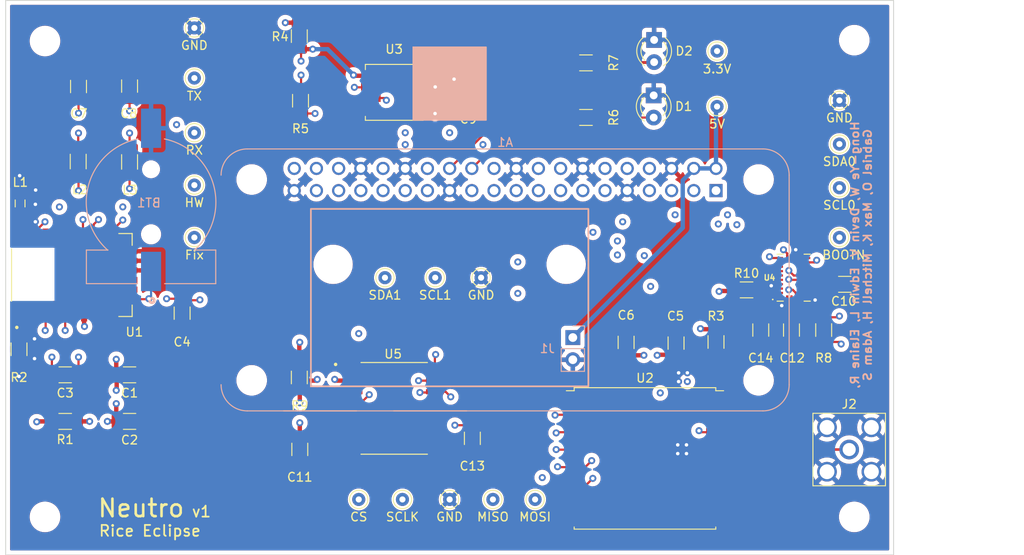
<source format=kicad_pcb>
(kicad_pcb (version 20211014) (generator pcbnew)
  (title_block (title "Neutro") (date "2023-01-05") (rev "v1") (company "Rice Eclipse"))
  (layers (0 "F.Cu" signal) (1 "In1.Cu" signal) (2 "In2.Cu" signal) (31 "B.Cu" signal) (34 "B.Paste" user) (35 "F.Paste" user) (36 "B.SilkS" user "B.Silkscreen") (37 "F.SilkS" user "F.Silkscreen") (38 "B.Mask" user) (39 "F.Mask" user) (44 "Edge.Cuts" user))
  (net 0 "")
  (net 1 "+3.3V")
  (net 2 "+5V")
  (net 3 "SDA1")
  (net 4 "GND")
  (net 5 "SCL1")
  (net 6 "RX")
  (net 7 "TX")
  (net 8 "RST-RTC")
  (net 10 "RST-TRX")
  (net 12 "DIO0")
  (net 13 "MOSI0")
  (net 14 "MISO0")
  (net 15 "CLKSEL0")
  (net 16 "SCLK")
  (net 17 "CS")
  (net 18 "SDA0")
  (net 19 "SCL0")
  (net 20 "BOOTN")
  (net 21 "INTN")
  (net 22 "NRST")
  (net 23 "Net-(C1-Pad2)")
  (net 24 "+BATT")
  (net 25 "Net-(C11-Pad2)")
  (net 26 "Net-(D1-Pad2)")
  (net 27 "Net-(L1-Pad2)")
  (net 28 "Net-(L2-Pad1)")
  (net 29 "Net-(L3-Pad1)")
  (net 30 "Net-(C10-Pad2)")
  (net 32 "Net-(C12-Pad2)")
  (net 33 "Net-(J2-Pad1)")
  (net 47 "Net-(C3-Pad1)")
  (net 48 "Net-(C3-Pad2)")
  (net 49 "Net-(C5-Pad2)")
  (net 50 "Net-(C9-Pad2)")
  (net 51 "Net-(R2-Pad2)")
  (net 65 "FIX")
  (net 66 "HW")
  (net 70 "Net-(D2-Pad2)")
  (net 71 "Net-(R5-Pad2)")
  (net 72 "Net-(A1-Pad24)")
  (net 73 "Net-(A1-Pad26)")
  (footprint "TestPoint:TestPoint_THTPad_D1.5mm_Drill0.7mm" (layer "F.Cu") (at 157.353 127 180)
    (fp_text reference "TP2")
    (fp_text value "MISO")
  )
  (footprint "Resistor_SMD:R_1206_3216Metric" (layer "F.Cu") (at 103.124 109.8 90)
    (fp_text reference "R2")
    (fp_text value "0")
  )
  (footprint "Capacitor_SMD:C_1206_3216Metric" (layer "F.Cu") (at 115.777998 112.7275 180)
    (fp_text reference "C1")
    (fp_text value "22p")
  )
  (footprint "Resistor_SMD:R_1206_3216Metric" (layer "F.Cu") (at 135.2 113.029 -90)
    (fp_text reference "R9")
    (fp_text value "0")
  )
  (footprint "TestPoint:TestPoint_THTPad_D1.5mm_Drill0.7mm" (layer "F.Cu") (at 145 101.6)
    (fp_text reference "TP14")
    (fp_text value "SDA1")
  )
  (footprint "Capacitor_SMD:C_1206_3216Metric" (layer "F.Cu") (at 135.255 121.269 90)
    (fp_text reference "C11")
    (fp_text value "0.47u")
  )
  (footprint "TestPoint:TestPoint_THTPad_D1.5mm_Drill0.7mm" (layer "F.Cu") (at 123.19 73 180)
    (fp_text reference "TP6")
    (fp_text value "GND")
  )
  (footprint "MountingHole:MountingHole_2.5mm" (layer "F.Cu") (at 198.7 74.4)
    (fp_text reference "H2")
    (fp_text value "MountingHole")
  )
  (footprint "Capacitor_SMD:C_1206_3216Metric" (layer "F.Cu") (at 115.777998 118.0615 180)
    (fp_text reference "C2")
    (fp_text value "2.2u")
  )
  (footprint "TestPoint:TestPoint_THTPad_D1.5mm_Drill0.7mm" (layer "F.Cu") (at 183 82)
    (fp_text reference "TP15")
    (fp_text value "5V")
  )
  (footprint "TestPoint:TestPoint_THTPad_D1.5mm_Drill0.7mm" (layer "F.Cu") (at 142 127 180)
    (fp_text reference "TP4")
    (fp_text value "CS")
  )
  (footprint "TestPoint:TestPoint_THTPad_D1.5mm_Drill0.7mm" (layer "F.Cu") (at 123.19 91)
    (fp_text reference "TP8")
    (fp_text value "HW")
  )
  (footprint "Capacitor_SMD:C_1206_3216Metric" (layer "F.Cu") (at 188 107.6 90)
    (fp_text reference "C14")
    (fp_text value "0.1u")
  )
  (footprint "Capacitor_SMD:C_1206_3216Metric" (layer "F.Cu") (at 154.559 80.264 90)
    (fp_text reference "C9")
    (fp_text value "100 nF")
  )
  (footprint "Resistor_SMD:R_1206_3216Metric" (layer "F.Cu") (at 186.3745 103)
    (fp_text reference "R10")
    (fp_text value "0")
  )
  (footprint "Capacitor_SMD:C_1206_3216Metric" (layer "F.Cu") (at 197.612 102.362 180)
    (fp_text reference "C10")
    (fp_text value "0.1u")
  )
  (footprint "TestPoint:TestPoint_THTPad_D1.5mm_Drill0.7mm" (layer "F.Cu") (at 197 81.3)
    (fp_text reference "TP17")
    (fp_text value "GND")
  )
  (footprint "Inductor_SMD:L_1206_3216Metric" (layer "F.Cu") (at 115.777998 88.3435 90)
    (fp_text reference "L3")
    (fp_text value "47n")
  )
  (footprint "Resistor_SMD:R_1206_3216Metric" (layer "F.Cu") (at 195.2 107.6 90)
    (fp_text reference "R8")
    (fp_text value "10k")
  )
  (footprint "TestPoint:TestPoint_THTPad_D1.5mm_Drill0.7mm" (layer "F.Cu") (at 156 101.6)
    (fp_text reference "TP12")
    (fp_text value "GND")
  )
  (footprint "Capacitor_SMD:C_1206_3216Metric" (layer "F.Cu") (at 109.935998 79.7075 90)
    (fp_text reference "C7")
    (fp_text value "22p")
  )
  (footprint "TestPoint:TestPoint_THTPad_D1.5mm_Drill0.7mm" (layer "F.Cu") (at 162.179 127 180)
    (fp_text reference "TP1")
    (fp_text value "MOSI")
  )
  (footprint "Inductor_SMD:L_0805_2012Metric" (layer "F.Cu") (at 103.251 93.1 -90)
    (fp_text reference "L1")
    (fp_text value "1.8n")
  )
  (footprint "TestPoint:TestPoint_THTPad_D1.5mm_Drill0.7mm" (layer "F.Cu") (at 150.75 101.6)
    (fp_text reference "TP13")
    (fp_text value "SCL1")
  )
  (footprint "TestPoint:TestPoint_THTPad_D1.5mm_Drill0.7mm" (layer "F.Cu") (at 147 127)
    (fp_text reference "TP3")
    (fp_text value "SCLK")
  )
  (footprint "Connector_Coaxial:SMA_Amphenol_132203-12_Horizontal" (layer "F.Cu") (at 198.12 121.285 -90)
    (fp_text reference "J2")
    (fp_text value "Conn_Coaxial")
  )
  (footprint "Resistor_SMD:R_1206_3216Metric" (layer "F.Cu") (at 135.3375 81.3375 -90)
    (fp_text reference "R5")
    (fp_text value "4.7K")
  )
  (footprint "Capacitor_SMD:C_1206_3216Metric" (layer "F.Cu") (at 108.411998 112.7275 180)
    (fp_text reference "C3")
    (fp_text value "22p")
  )
  (footprint "Resistor_SMD:R_1206_3216Metric" (layer "F.Cu") (at 168 83.25)
    (fp_text reference "R6")
    (fp_text value "220")
  )
  (footprint "TestPoint:TestPoint_THTPad_D1.5mm_Drill0.7mm" (layer "F.Cu") (at 123.19 78.74)
    (fp_text reference "TP10")
    (fp_text value "TX")
  )
  (footprint "Capacitor_SMD:C_1206_3216Metric" (layer "F.Cu") (at 121.793 105.664 90)
    (fp_text reference "C4")
    (fp_text value "22p")
  )
  (footprint "Inductor_SMD:L_1206_3216Metric" (layer "F.Cu") (at 109.9 88.3 90)
    (fp_text reference "L2")
    (fp_text value "47n")
  )
  (footprint "TestPoint:TestPoint_THTPad_D1.5mm_Drill0.7mm" (layer "F.Cu") (at 197 86.3)
    (fp_text reference "TP19")
    (fp_text value "SDA0")
  )
  (footprint "MountingHole:MountingHole_2.5mm" (layer "F.Cu") (at 106.1 129)
    (fp_text reference "H4")
    (fp_text value "MountingHole")
  )
  (footprint "Resistor_SMD:R_1206_3216Metric" (layer "F.Cu") (at 135.2 73.9375 -90)
    (fp_text reference "R4")
    (fp_text value "0")
  )
  (footprint "Capacitor_SMD:C_1206_3216Metric" (layer "F.Cu") (at 155 120 -90)
    (fp_text reference "C13")
    (fp_text value "0.47u")
  )
  (footprint "Capacitor_SMD:C_1206_3216Metric" (layer "F.Cu") (at 178.308 109.093 -90)
    (fp_text reference "C5")
    (fp_text value locked "10u")
  )
  (footprint "Resistor_SMD:R_1206_3216Metric" (layer "F.Cu") (at 108.411998 118.0615)
    (fp_text reference "R1")
    (fp_text value "0")
  )
  (footprint "Resistor_SMD:R_1206_3216Metric" (layer "F.Cu") (at 182.88 108.966 -90)
    (fp_text reference "R3")
    (fp_text value "0")
  )
  (footprint "TestPoint:TestPoint_THTPad_D1.5mm_Drill0.7mm" (layer "F.Cu") (at 197 97)
    (fp_text reference "TP16")
    (fp_text value "BOOTN")
  )
  (footprint "TestPoint:TestPoint_THTPad_D1.5mm_Drill0.7mm" (layer "F.Cu") (at 183 75.65)
    (fp_text reference "TP11")
    (fp_text value "3.3V")
  )
  (footprint "MountingHole:MountingHole_2.5mm" (layer "F.Cu") (at 198.7 129)
    (fp_text reference "H3")
    (fp_text value "MountingHole")
  )
  (footprint "TestPoint:TestPoint_THTPad_D1.5mm_Drill0.7mm" (layer "F.Cu") (at 197 91.3)
    (fp_text reference "TP18")
    (fp_text value "SCL0")
  )
  (footprint "Neutro_Footprint:M20050-1" (layer "F.Cu") (at 109.174 101.2975 90)
    (fp_text reference "U1")
    (fp_text value "M20050-1")
  )
  (footprint "TestPoint:TestPoint_THTPad_D1.5mm_Drill0.7mm" (layer "F.Cu") (at 123.19 85)
    (fp_text reference "TP9")
    (fp_text value "RX")
  )
  (footprint "TestPoint:TestPoint_THTPad_D1.5mm_Drill0.7mm" (layer "F.Cu") (at 152.4 127 180)
    (fp_text reference "TP5")
    (fp_text value "GND")
  )
  (footprint "Neutro_Footprint:DS3231M" (layer "F.Cu") (at 146.058 116.57)
    (fp_text reference "U5")
    (fp_text value "DS3231M_1")
  )
  (footprint "MountingHole:MountingHole_2.5mm" (layer "F.Cu") (at 106.1 74.5)
    (fp_text reference "H1")
    (fp_text value "MountingHole")
  )
  (footprint "Resistor_SMD:R_1206_3216Metric" (layer "F.Cu") (at 168 77)
    (fp_text reference "R7")
    (fp_text value "220")
  )
  (footprint "Capacitor_SMD:C_1206_3216Metric" (layer "F.Cu") (at 191.516 107.6 90)
    (fp_text reference "C12")
    (fp_text value "0.1u")
  )
  (footprint "Capacitor_SMD:C_1206_3216Metric" (layer "F.Cu") (at 115.777998 79.6585 90)
    (fp_text reference "C8")
    (fp_text value "22p")
  )
  (footprint "Neutro_Footprint:HOPERF_RFM9XW_SMD" (layer "F.Cu") (at 174.752 122.301)
    (fp_text reference "U2")
    (fp_text value "RFM96W-433S2_1")
  )
  (footprint "LED_THT:LED_D3.0mm" (layer "F.Cu") (at 175.75 80.725 -90)
    (fp_text reference "D1")
    (fp_text value "Red")
  )
  (footprint "Neutro_Footprint:MS5803-01BA_Miniature_Altimeter_Module" (layer "F.Cu") (at 146.058 80.376)
    (fp_text reference "U3")
    (fp_text value "MS5803-01BA")
  )
  (footprint "Neutro_Footprint:BNO085" (layer "F.Cu") (at 191.77 101.6 90)
    (fp_text reference "U4")
    (fp_text value "BNO080")
  )
  (footprint "TestPoint:TestPoint_THTPad_D1.5mm_Drill0.7mm" (layer "F.Cu") (at 123.19 97 180)
    (fp_text reference "TP7")
    (fp_text value "Fix")
  )
  (footprint "LED_THT:LED_D3.0mm" (layer "F.Cu") (at 175.8 74.375 -90)
    (fp_text reference "D2")
    (fp_text value "Green")
  )
  (footprint "Capacitor_SMD:C_1206_3216Metric" (layer "F.Cu") (at 172.593 109.015 -90)
    (fp_text reference "C6")
    (fp_text value "0.1u")
  )
  (footprint "Neutro_Footprint:ADA3708_RPI-ZERO" (layer "B.Cu") (at 158.75 90.358 180)
    (fp_text reference "A1")
    (fp_text value "ADA3708")
  )
  (footprint "Neutro_Footprint:BAT_S8411-45R" (layer "B.Cu") (at 118.237 92.912099 180)
    (fp_text reference "BT1")
    (fp_text value "BAT_S8411-45R")
  )
  (footprint "Neutro_Footprint:Sparkfun_Lipo_Converter" (layer "B.Cu") (at 153.035 103.886 180)
    (fp_text reference "J1")
    (fp_text value "SparkFun_Lipo_Converter")
  )
  (gr_rect (start 177 124.4) (end 182.2 126.4) (layer "F.Cu") (width 0.2) (fill solid))
  (gr_rect (start 148.225 83.55) (end 156.575 75.2) (layer "B.SilkS") (width 0.15) (fill solid))
  (gr_rect (start 101.6 69.85) (end 203.2 133.35) (layer "Edge.Cuts") (width 0.1) (fill none))
  (gr_text "Hong-Ye W, Devin V, Edwin L, Elaine R,\nGabriel O, Max K, Mitchell H, Adam S" (at 199.5 99 90) (layer "B.SilkS") (effects (font (size 0.9 1) (thickness 0.2)) (justify mirror)))
  (gr_text "Rice Eclipse" (at 118.1 130.6) (layer "F.SilkS") (effects (font (size 1.25 1.25) (thickness 0.2))))
  (gr_text "Neutro" (at 117.1 128) (layer "F.SilkS") (effects (font (size 2 2) (thickness 0.3))))
  (gr_text "v1\n" (at 124 128.4) (layer "F.SilkS") (effects (font (size 1.25 1.25) (thickness 0.2))))
  (segment (start 106.949498 118.0615) (end 105.2045 118.0615) (width 0.5) (layer "F.Cu") (net 1))
  (segment (start 135.1375 72.4) (end 133.6 72.4) (width 0.5) (layer "F.Cu") (net 1))
  (segment (start 197.2 109.2) (end 196.9625 108.9625) (width 0.25) (layer "F.Cu") (net 1))
  (segment (start 184.912 103.124) (end 183.2864 103.124) (width 0.5) (layer "F.Cu") (net 1))
  (segment (start 183.2864 103.124) (end 183.2356 103.1748) (width 0.35) (layer "F.Cu") (net 1))
  (segment (start 181.1635 107.5035) (end 181.102 107.442) (width 0.5) (layer "F.Cu") (net 1))
  (segment (start 135.2 109.05) (end 135.25 109) (width 0.5) (layer "F.Cu") (net 1))
  (segment (start 105.2045 118.0615) (end 105.156 118.11) (width 0.25) (layer "F.Cu") (net 1))
  (segment (start 135.2 111.5665) (end 135.2 109.05) (width 0.5) (layer "F.Cu") (net 1))
  (segment (start 182.88 107.5035) (end 181.1635 107.5035) (width 0.5) (layer "F.Cu") (net 1))
  (segment (start 196.9625 108.9625) (end 195.2 108.9625) (width 0.25) (layer "F.Cu") (net 1))
  (via (at 197.2 109.2) (size 0.8) (drill 0.4) (layers "F.Cu" "B.Cu") (net 1))
  (via (at 183.2356 103.1748) (size 0.8) (drill 0.4) (layers "F.Cu" "B.Cu") (net 1))
  (via (at 135.25 109) (size 0.8) (drill 0.4) (layers "F.Cu" "B.Cu") (net 1))
  (via (at 179.6 113.5) (size 0.8) (drill 0.4) (layers "F.Cu" "B.Cu") (net 1))
  (via (at 133.6 72.4) (size 0.8) (drill 0.4) (layers "F.Cu" "B.Cu") (net 1))
  (via (at 105.156 118.11) (size 0.8) (drill 0.4) (layers "F.Cu" "B.Cu") (net 1))
  (via (at 181.102 107.442) (size 0.8) (drill 0.4) (layers "F.Cu" "B.Cu") (net 1))
  (segment (start 166.497 108.458) (end 179.072917 95.882083) (width 0.5) (layer "B.Cu") (net 2))
  (segment (start 180.439083 89.088) (end 182.88 89.088) (width 0.5) (layer "B.Cu") (net 2))
  (segment (start 182.88 82.12) (end 183 82) (width 0.5) (layer "B.Cu") (net 2))
  (segment (start 182.88 89.088) (end 182.88 82.12) (width 0.5) (layer "B.Cu") (net 2))
  (segment (start 179.072917 95.882083) (end 179.072917 90.454166) (width 0.5) (layer "B.Cu") (net 2))
  (segment (start 179.072917 90.454166) (end 180.439083 89.088) (width 0.5) (layer "B.Cu") (net 2))
  (segment (start 148.844 113.395) (end 150.705 113.395) (width 0.25) (layer "F.Cu") (net 3))
  (segment (start 144.907 81.026) (end 145.161 81.28) (width 0.25) (layer "F.Cu") (net 3))
  (segment (start 143.383 81.026) (end 144.907 81.026) (width 0.25) (layer "F.Cu") (net 3))
  (via (at 148.844 113.395) (size 0.8) (drill 0.4) (layers "F.Cu" "B.Cu") (net 3))
  (via (at 145.161 81.28) (size 0.8) (drill 0.4) (layers "F.Cu" "B.Cu") (net 3))
  (segment (start 192.52 103.9125) (end 193.27 103.9125) (width 0.25) (layer "F.Cu") (net 4))
  (segment (start 193.910971 103.85) (end 194.221153 104.160182) (width 0.25) (layer "F.Cu") (net 4))
  (segment (start 190.2075 101.85) (end 189.595 101.85) (width 0.25) (layer "F.Cu") (net 4))
  (segment (start 191.02 104.18) (end 191.02 103.9125) (width 0.25) (layer "F.Cu") (net 4))
  (segment (start 103.974 96.226) (end 105 95.2) (width 0.25) (layer "F.Cu") (net 4))
  (segment (start 189.2 102.245) (end 189.2 102.5245) (width 0.25) (layer "F.Cu") (net 4))
  (segment (start 193.3325 103.85) (end 193.910971 103.85) (width 0.25) (layer "F.Cu") (net 4))
  (segment (start 192 98.4) (end 192 98.705) (width 0.25) (layer "F.Cu") (net 4))
  (segment (start 189.595 101.85) (end 189.2 102.245) (width 0.25) (layer "F.Cu") (net 4))
  (segment (start 192.02 98.725) (end 192.02 99.2875) (width 0.25) (layer "F.Cu") (net 4))
  (segment (start 192 98.705) (end 192.02 98.725) (width 0.25) (layer "F.Cu") (net 4))
  (segment (start 190.4 104.8) (end 191.02 104.18) (width 0.25) (layer "F.Cu") (net 4))
  (segment (start 193.27 103.9125) (end 193.3325 103.85) (width 0.25) (layer "F.Cu") (net 4))
  (segment (start 103.974 96.9775) (end 103.974 96.226) (width 0.25) (layer "F.Cu") (net 4))
  (via (at 105 95.2) (size 0.8) (drill 0.4) (layers "F.Cu" "B.Cu") (net 4))
  (via (at 179.5 121.75) (size 0.8) (drill 0.4) (layers "F.Cu" "B.Cu") (net 4))
  (via (at 104.902 110.871) (size 0.8) (drill 0.4) (layers "F.Cu" "B.Cu") (net 4))
  (via (at 104.9 108.6) (size 0.8) (drill 0.4) (layers "F.Cu" "B.Cu") (net 4))
  (via (at 178.6 112.5) (size 0.8) (drill 0.4) (layers "F.Cu" "B.Cu") (net 4))
  (via (at 105.029 91.567) (size 0.8) (drill 0.4) (layers "F.Cu" "B.Cu") (net 4))
  (via (at 178.5 120.75) (size 0.8) (drill 0.4) (layers "F.Cu" "B.Cu") (net 4))
  (via (at 103.2002 89.916) (size 0.8) (drill 0.4) (layers "F.Cu" "B.Cu") (net 4))
  (via (at 179.6 112.5) (size 0.8) (drill 0.4) (layers "F.Cu" "B.Cu") (net 4))
  (via (at 105 93.2) (size 0.8) (drill 0.4) (layers "F.Cu" "B.Cu") (net 4))
  (via (at 194.221153 104.160182) (size 0.8) (drill 0.4) (layers "F.Cu" "B.Cu") (net 4))
  (via (at 189.2 102.5245) (size 0.8) (drill 0.4) (layers "F.Cu" "B.Cu") (net 4))
  (via (at 190.4 104.8) (size 0.8) (drill 0.4) (layers "F.Cu" "B.Cu") (net 4))
  (via (at 179.5 120.75) (size 0.8) (drill 0.4) (layers "F.Cu" "B.Cu") (net 4))
  (via (at 178.6 113.5) (size 0.8) (drill 0.4) (layers "F.Cu" "B.Cu") (net 4))
  (via (at 103.124 112.9095) (size 0.8) (drill 0.4) (layers "F.Cu" "B.Cu") (net 4))
  (via (at 192 98.4) (size 0.8) (drill 0.4) (layers "F.Cu" "B.Cu") (net 4))
  (via (at 178.5 121.75) (size 0.8) (drill 0.4) (layers "F.Cu" "B.Cu") (net 4))
  (segment (start 148.733 82.276) (end 150.2035 82.276) (width 0.25) (layer "F.Cu") (net 5))
  (segment (start 150.2035 82.276) (end 150.7315 82.804) (width 0.25) (layer "F.Cu") (net 5))
  (segment (start 150.713 110.487) (end 150.8 110.4) (width 0.25) (layer "F.Cu") (net 5))
  (segment (start 150.713 112.125) (end 150.713 110.487) (width 0.25) (layer "F.Cu") (net 5))
  (via (at 150.7315 82.804) (size 0.8) (drill 0.4) (layers "F.Cu" "B.Cu") (net 5))
  (via (at 150.8 110.4) (size 0.8) (drill 0.4) (layers "F.Cu" "B.Cu") (net 5))
  (segment (start 109.9 85.077498) (end 109.935998 85.0415) (width 0.25) (layer "F.Cu") (net 6))
  (segment (start 109.9 86.725) (end 109.9 85.077498) (width 0.25) (layer "F.Cu") (net 6))
  (segment (start 109.935998 81.1825) (end 109.935998 82.7555) (width 0.25) (layer "F.Cu") (net 6))
  (via (at 147.32 86.36) (size 0.8) (drill 0.4) (layers "F.Cu" "B.Cu") (net 6))
  (via (at 109.935998 82.7555) (size 0.8) (drill 0.4) (layers "F.Cu" "B.Cu") (net 6))
  (via (at 121.158 84.074) (size 0.8) (drill 0.4) (layers "F.Cu" "B.Cu") (net 6))
  (via (at 156.21 86.36) (size 0.8) (drill 0.4) (layers "F.Cu" "B.Cu") (net 6))
  (via (at 109.935998 85.0415) (size 0.8) (drill 0.4) (layers "F.Cu" "B.Cu") (net 6))
  (segment (start 115.777998 85.0415) (end 115.777998 86.7685) (width 0.25) (layer "F.Cu") (net 7))
  (segment (start 115.777998 81.1335) (end 115.777998 82.5015) (width 0.25) (layer "F.Cu") (net 7))
  (via (at 147.32 85.0005) (size 0.8) (drill 0.4) (layers "F.Cu" "B.Cu") (net 7))
  (via (at 115.777998 85.0415) (size 0.8) (drill 0.4) (layers "F.Cu" "B.Cu") (net 7))
  (via (at 152.4 85.0005) (size 0.8) (drill 0.4) (layers "F.Cu" "B.Cu") (net 7))
  (via (at 115.777998 82.5015) (size 0.8) (drill 0.4) (layers "F.Cu" "B.Cu") (net 7))
  (segment (start 142.265 115.935) (end 143.2 115) (width 0.25) (layer "F.Cu") (net 8))
  (segment (start 141.403 115.935) (end 142.265 115.935) (width 0.25) (layer "F.Cu") (net 8))
  (via (at 143.2 115) (size 0.8) (drill 0.4) (layers "F.Cu" "B.Cu") (net 8))
  (segment (start 166.752 125.301) (end 168.069 125.301) (width 0.25) (layer "F.Cu") (net 10))
  (segment (start 168.069 125.301) (end 168.783 124.587) (width 0.25) (layer "F.Cu") (net 10))
  (via (at 168.783 124.587) (size 0.8) (drill 0.4) (layers "F.Cu" "B.Cu") (net 10))
  (segment (start 182.752 119.301) (end 181.1105 119.301) (width 0.25) (layer "F.Cu") (net 12))
  (segment (start 181.1105 119.301) (end 180.9355 119.126) (width 0.25) (layer "F.Cu") (net 12))
  (via (at 180.9355 119.126) (size 0.8) (drill 0.4) (layers "F.Cu" "B.Cu") (net 12))
  (via (at 175.4 102.6) (size 0.8) (drill 0.4) (layers "F.Cu" "B.Cu") (net 12))
  (via (at 176.5 114.8) (size 0.8) (drill 0.4) (layers "F.Cu" "B.Cu") (net 12))
  (via (at 174.676812 99.076812) (size 0.8) (drill 0.4) (layers "F.Cu" "B.Cu") (net 12))
  (segment (start 164.671 119.301) (end 164.592 119.38) (width 0.25) (layer "F.Cu") (net 13))
  (segment (start 166.752 119.301) (end 164.671 119.301) (width 0.25) (layer "F.Cu") (net 13))
  (via (at 160.2 103.4) (size 0.8) (drill 0.4) (layers "F.Cu" "B.Cu") (net 13))
  (via (at 160.2 99.8) (size 0.8) (drill 0.4) (layers "F.Cu" "B.Cu") (net 13))
  (via (at 164.592 119.38) (size 0.8) (drill 0.4) (layers "F.Cu" "B.Cu") (net 13))
  (segment (start 166.752 117.301) (end 164.512 117.301) (width 0.25) (layer "F.Cu") (net 14))
  (segment (start 164.512 117.301) (end 164.465 117.348) (width 0.25) (layer "F.Cu") (net 14))
  (via (at 164.465 117.348) (size 0.8) (drill 0.4) (layers "F.Cu" "B.Cu") (net 14))
  (segment (start 191.2 101.8) (end 191.25 101.85) (width 0.25) (layer "F.Cu") (net 15))
  (segment (start 191.25 101.85) (end 193.3325 101.85) (width 0.25) (layer "F.Cu") (net 15))
  (via (at 171.6 97.4) (size 0.8) (drill 0.4) (layers "F.Cu" "B.Cu") (net 15))
  (via (at 191.2 101.8) (size 0.8) (drill 0.4) (layers "F.Cu" "B.Cu") (net 15))
  (segment (start 164.608 121.301) (end 164.592 121.285) (width 0.25) (layer "F.Cu") (net 16))
  (segment (start 166.752 121.301) (end 164.608 121.301) (width 0.25) (layer "F.Cu") (net 16))
  (via (at 164.592 121.285) (size 0.8) (drill 0.4) (layers "F.Cu" "B.Cu") (net 16))
  (via (at 163 124.5) (size 0.8) (drill 0.4) (layers "F.Cu" "B.Cu") (net 16))
  (segment (start 167.91 123.301) (end 168.656 122.555) (width 0.25) (layer "F.Cu") (net 17))
  (segment (start 164.801 123.301) (end 164.75 123.25) (width 0.25) (layer "F.Cu") (net 17))
  (segment (start 166.752 123.301) (end 164.801 123.301) (width 0.25) (layer "F.Cu") (net 17))
  (segment (start 166.752 123.301) (end 167.91 123.301) (width 0.25) (layer "F.Cu") (net 17))
  (via (at 164.75 123.25) (size 0.8) (drill 0.4) (layers "F.Cu" "B.Cu") (net 17))
  (via (at 168.656 122.555) (size 0.8) (drill 0.4) (layers "F.Cu" "B.Cu") (net 17))
  (segment (start 189.15 99.35) (end 189 99.2) (width 0.25) (layer "F.Cu") (net 18))
  (segment (start 190.2075 99.35) (end 189.15 99.35) (width 0.25) (layer "F.Cu") (net 18))
  (via (at 189 99.2) (size 0.8) (drill 0.4) (layers "F.Cu" "B.Cu") (net 18))
  (segment (start 191.02 98.82) (end 190.6 98.4) (width 0.25) (layer "F.Cu") (net 19))
  (segment (start 191.02 99.2875) (end 191.02 98.82) (width 0.25) (layer "F.Cu") (net 19))
  (via (at 190.6 98.4) (size 0.8) (drill 0.4) (layers "F.Cu" "B.Cu") (net 19))
  (via (at 183.143701 95.456299) (size 0.8) (drill 0.4) (layers "F.Cu" "B.Cu") (net 19))
  (via (at 185.268299 95.531701) (size 0.8) (drill 0.4) (layers "F.Cu" "B.Cu") (net 19))
  (segment (start 197 106) (end 196.8625 106.1375) (width 0.25) (layer "F.Cu") (net 20))
  (segment (start 192.2 104.8) (end 193.88125 104.8) (width 0.25) (layer "F.Cu") (net 20))
  (segment (start 192.02 103.9125) (end 192.02 104.62) (width 0.25) (layer "F.Cu") (net 20))
  (segment (start 192.02 103.35) (end 192.02 103.9125) (width 0.25) (layer "F.Cu") (net 20))
  (segment (start 191.655113 102.985113) (end 192.02 103.35) (width 0.25) (layer "F.Cu") (net 20))
  (segment (start 193.88125 104.8) (end 195.11875 106.0375) (width 0.25) (layer "F.Cu") (net 20))
  (segment (start 195.11875 106.0375) (end 195.2 106.0375) (width 0.25) (layer "F.Cu") (net 20))
  (segment (start 192.02 104.62) (end 192.2 104.8) (width 0.25) (layer "F.Cu") (net 20))
  (segment (start 191.2 102.985113) (end 191.655113 102.985113) (width 0.25) (layer "F.Cu") (net 20))
  (segment (start 196.8625 106.1375) (end 195.2 106.1375) (width 0.25) (layer "F.Cu") (net 20))
  (via (at 191.2 102.985113) (size 0.8) (drill 0.4) (layers "F.Cu" "B.Cu") (net 20))
  (via (at 171.6 99) (size 0.8) (drill 0.4) (layers "F.Cu" "B.Cu") (net 20))
  (via (at 168.8 96.4) (size 0.8) (drill 0.4) (layers "F.Cu" "B.Cu") (net 20))
  (via (at 197 106) (size 0.8) (drill 0.4) (layers "F.Cu" "B.Cu") (net 20))
  (segment (start 193.3325 99.85) (end 194.15 99.85) (width 0.25) (layer "F.Cu") (net 21))
  (segment (start 194.15 99.85) (end 194.4 99.6) (width 0.25) (layer "F.Cu") (net 21))
  (via (at 178.2 94.4) (size 0.8) (drill 0.4) (layers "F.Cu" "B.Cu") (net 21))
  (via (at 194.4 99.6) (size 0.8) (drill 0.4) (layers "F.Cu" "B.Cu") (net 21))
  (via (at 184.2 94.4) (size 0.8) (drill 0.4) (layers "F.Cu" "B.Cu") (net 21))
  (segment (start 191.774598 101.35) (end 193.3325 101.35) (width 0.25) (layer "F.Cu") (net 22))
  (segment (start 191.212299 100.787701) (end 191.774598 101.35) (width 0.25) (layer "F.Cu") (net 22))
  (via (at 172.2 95.2) (size 0.8) (drill 0.4) (layers "F.Cu" "B.Cu") (net 22))
  (via (at 191.212299 100.787701) (size 0.8) (drill 0.4) (layers "F.Cu" "B.Cu") (net 22))
  (segment (start 114.253998 110.9495) (end 114.253998 112.6785) (width 0.5) (layer "F.Cu") (net 23))
  (segment (start 110.573998 107.144998) (end 110.573998 105.6175) (width 0.5) (layer "F.Cu") (net 23))
  (segment (start 114.302998 112.7275) (end 114.302998 114.4565) (width 0.5) (layer "F.Cu") (net 23))
  (segment (start 114.302998 114.4565) (end 114.253998 114.5055) (width 0.25) (layer "F.Cu") (net 23))
  (segment (start 114.253998 116.0295) (end 114.253998 118.0125) (width 0.5) (layer "F.Cu") (net 23))
  (segment (start 114.302998 118.0615) (end 113.237998 118.0615) (width 0.5) (layer "F.Cu") (net 23))
  (segment (start 110.617 107.188) (end 110.573998 107.144998) (width 0.25) (layer "F.Cu") (net 23))
  (segment (start 111.205998 118.0615) (end 109.874498 118.0615) (width 0.5) (layer "F.Cu") (net 23))
  (via (at 110.617 107.188) (size 0.8) (drill 0.4) (layers "F.Cu" "B.Cu") (net 23))
  (via (at 114.253998 114.5055) (size 0.8) (drill 0.4) (layers "F.Cu" "B.Cu") (net 23))
  (via (at 114.253998 110.9495) (size 0.8) (drill 0.4) (layers "F.Cu" "B.Cu") (net 23))
  (via (at 111.205998 118.0615) (size 0.8) (drill 0.4) (layers "F.Cu" "B.Cu") (net 23))
  (via (at 114.253998 116.0295) (size 0.8) (drill 0.4) (layers "F.Cu" "B.Cu") (net 23))
  (via (at 113.237998 118.0615) (size 0.8) (drill 0.4) (layers "F.Cu" "B.Cu") (net 23))
  (segment (start 150.628 114.75) (end 150.713 114.665) (width 0.25) (layer "F.Cu") (net 24))
  (segment (start 123.776 104.189) (end 121.793 104.189) (width 0.25) (layer "F.Cu") (net 24))
  (segment (start 120.015 104.013) (end 121.617 104.013) (width 0.25) (layer "F.Cu") (net 24))
  (segment (start 117.983 104.013) (end 117.9285 104.0675) (width 0.25) (layer "F.Cu") (net 24))
  (segment (start 117.9285 104.0675) (end 115.674 104.0675) (width 0.25) (layer "F.Cu") (net 24))
  (segment (start 151.942 114.665) (end 150.705 114.665) (width 0.25) (layer "F.Cu") (net 24))
  (segment (start 153 118.5) (end 154.975 118.5) (width 0.25) (layer "F.Cu") (net 24))
  (segment (start 123.825 104.14) (end 123.776 104.189) (width 0.25) (layer "F.Cu") (net 24))
  (segment (start 154.975 118.5) (end 155 118.525) (width 0.25) (layer "F.Cu") (net 24))
  (segment (start 149 114.75) (end 150.628 114.75) (width 0.25) (layer "F.Cu") (net 24))
  (segment (start 152.527 115.25) (end 151.942 114.665) (width 0.25) (layer "F.Cu") (net 24))
  (via (at 117.983 104.013) (size 0.8) (drill 0.4) (layers "F.Cu" "B.Cu") (net 24))
  (via (at 153 118.5) (size 0.8) (drill 0.4) (layers "F.Cu" "B.Cu") (net 24))
  (via (at 152.527 115.25) (size 0.8) (drill 0.4) (layers "F.Cu" "B.Cu") (net 24))
  (via (at 123.825 104.14) (size 0.8) (drill 0.4) (layers "F.Cu" "B.Cu") (net 24))
  (via (at 149 114.75) (size 0.8) (drill 0.4) (layers "F.Cu" "B.Cu") (net 24))
  (via (at 142 108) (size 0.8) (drill 0.4) (layers "F.Cu" "B.Cu") (net 24))
  (via (at 120.015 104.013) (size 0.8) (drill 0.4) (layers "F.Cu" "B.Cu") (net 24))
  (segment (start 117.983 104.013) (end 118.237 103.759) (width 0.25) (layer "B.Cu") (net 24))
  (segment (start 118.237 103.759) (end 118.237 101.014099) (width 0.25) (layer "B.Cu") (net 24))
  (segment (start 137.16 113.395) (end 136.3365 113.395) (width 0.5) (layer "F.Cu") (net 25))
  (segment (start 141.395 113.395) (end 139.319 113.395) (width 0.5) (layer "F.Cu") (net 25))
  (segment (start 135.255 114.4765) (end 135.255 115.935) (width 0.5) (layer "F.Cu") (net 25))
  (segment (start 135.255 118.221) (end 135.255 119.794) (width 0.5) (layer "F.Cu") (net 25))
  (segment (start 136.3365 113.395) (end 135.255 114.4765) (width 0.5) (layer "F.Cu") (net 25))
  (via (at 137.25 113.25) (size 0.8) (drill 0.4) (layers "F.Cu" "B.Cu") (net 25))
  (via (at 139.25 113.25) (size 0.8) (drill 0.4) (layers "F.Cu" "B.Cu") (net 25))
  (via (at 135.255 115.935) (size 0.8) (drill 0.4) (layers "F.Cu" "B.Cu") (net 25))
  (via (at 135.255 118.221) (size 0.8) (drill 0.4) (layers "F.Cu" "B.Cu") (net 25))
  (segment (start 169.4775 83.265) (end 175.75 83.265) (width 0.25) (layer "F.Cu") (net 26))
  (segment (start 169.4625 83.25) (end 169.4775 83.265) (width 0.25) (layer "F.Cu") (net 26))
  (segment (start 102.874 94.5395) (end 103.251 94.1625) (width 0.25) (layer "F.Cu") (net 27))
  (segment (start 102.874 96.9775) (end 102.874 94.5395) (width 0.25) (layer "F.Cu") (net 27))
  (segment (start 109.935998 89.910998) (end 109.9 89.875) (width 0.25) (layer "F.Cu") (net 28))
  (segment (start 110.443998 94.9475) (end 110.443998 96.8475) (width 0.25) (layer "F.Cu") (net 28))
  (segment (start 109.935998 91.6455) (end 109.935998 89.910998) (width 0.25) (layer "F.Cu") (net 28))
  (via (at 110.443998 94.9475) (size 0.8) (drill 0.4) (layers "F.Cu" "B.Cu") (net 28))
  (via (at 109.935998 91.6455) (size 0.8) (drill 0.4) (layers "F.Cu" "B.Cu") (net 28))
  (segment (start 112.221998 94.9475) (end 111.673998 95.4955) (width 0.25) (layer "F.Cu") (net 29))
  (segment (start 111.673998 95.4955) (end 111.673998 96.9775) (width 0.25) (layer "F.Cu") (net 29))
  (segment (start 115.777998 89.9185) (end 115.777998 91.3915) (width 0.25) (layer "F.Cu") (net 29))
  (via (at 115.777998 91.3915) (size 0.8) (drill 0.4) (layers "F.Cu" "B.Cu") (net 29))
  (via (at 112.221998 94.9475) (size 0.8) (drill 0.4) (layers "F.Cu" "B.Cu") (net 29))
  (segment (start 196.125 102.35) (end 196.137 102.362) (width 0.25) (layer "F.Cu") (net 30))
  (segment (start 193.3325 102.35) (end 196.125 102.35) (width 0.25) (layer "F.Cu") (net 30))
  (segment (start 187.837 105.862) (end 188 106.025) (width 0.35) (layer "F.Cu") (net 32))
  (segment (start 191.516 106.025) (end 188 106.025) (width 0.5) (layer "F.Cu") (net 32))
  (segment (start 190.2075 103.35) (end 187.987 103.35) (width 0.35) (layer "F.Cu") (net 32))
  (segment (start 191.52 103.9125) (end 191.52 106.021) (width 0.35) (layer "F.Cu") (net 32))
  (segment (start 191.52 106.021) (end 191.516 106.025) (width 0.35) (layer "F.Cu") (net 32))
  (segment (start 187.987 103.35) (end 187.837 103.5) (width 0.35) (layer "F.Cu") (net 32))
  (segment (start 187.837 103.5) (end 187.837 105.862) (width 0.5) (layer "F.Cu") (net 32))
  (segment (start 192.659 121.285) (end 198.12 121.285) (width 0.29337) (layer "F.Cu") (net 33))
  (segment (start 182.752 129.301) (end 184.643 129.301) (width 0.29337) (layer "F.Cu") (net 33))
  (segment (start 184.643 129.301) (end 192.659 121.285) (width 0.29337) (layer "F.Cu") (net 33))
  (segment (start 108.411998 105.6155) (end 108.411998 107.6475) (width 0.25) (layer "F.Cu") (net 47))
  (segment (start 109.935998 110.6955) (end 109.935998 112.6785) (width 0.25) (layer "F.Cu") (net 47))
  (via (at 109.935998 110.6955) (size 0.8) (drill 0.4) (layers "F.Cu" "B.Cu") (net 47))
  (via (at 108.411998 107.6475) (size 0.8) (drill 0.4) (layers "F.Cu" "B.Cu") (net 47))
  (segment (start 106.173998 105.6175) (end 106.173998 107.5995) (width 0.25) (layer "F.Cu") (net 48))
  (segment (start 106.887998 110.6955) (end 106.887998 112.6785) (width 0.25) (layer "F.Cu") (net 48))
  (segment (start 106.173998 107.5995) (end 106.125998 107.6475) (width 0.25) (layer "F.Cu") (net 48))
  (via (at 106.887998 110.6955) (size 0.8) (drill 0.4) (layers "F.Cu" "B.Cu") (net 48))
  (via (at 106.125998 107.6475) (size 0.8) (drill 0.4) (layers "F.Cu" "B.Cu") (net 48))
  (segment (start 174.625 110.49) (end 172.974 110.49) (width 0.5) (layer "F.Cu") (net 49))
  (segment (start 176.149 110.49) (end 176.2105 110.4285) (width 0.25) (layer "F.Cu") (net 49))
  (segment (start 181.8715 110.4285) (end 182.88 110.4285) (width 0.5) (layer "F.Cu") (net 49))
  (segment (start 176.2105 110.4285) (end 177.8 110.4285) (width 0.5) (layer "F.Cu") (net 49))
  (via (at 174.625 110.49) (size 0.8) (drill 0.4) (layers "F.Cu" "B.Cu") (net 49))
  (via (at 176.149 110.49) (size 0.8) (drill 0.4) (layers "F.Cu" "B.Cu") (net 49))
  (segment (start 135.4 75.6) (end 135.2 75.4) (width 0.25) (layer "F.Cu") (net 50))
  (segment (start 150.1 77.3) (end 150.749 77.949) (width 0.25) (layer "F.Cu") (net 50))
  (segment (start 152.908 78.867) (end 152.986 78.789) (width 0.25) (layer "F.Cu") (net 50))
  (segment (start 152.986 78.789) (end 154.559 78.789) (width 0.25) (layer "F.Cu") (net 50))
  (segment (start 143.4305 78.476) (end 144.6065 77.3) (width 0.25) (layer "F.Cu") (net 50))
  (segment (start 135.4 76.8) (end 135.4 75.6) (width 0.25) (layer "F.Cu") (net 50))
  (segment (start 150.749 77.949) (end 150.749 79.756) (width 0.25) (layer "F.Cu") (net 50))
  (segment (start 135.4 75.43125) (end 136.7375 75.43125) (width 0.5) (layer "F.Cu") (net 50))
  (segment (start 135.4 78.4) (end 135.4 79.8125) (width 0.25) (layer "F.Cu") (net 50))
  (segment (start 135.4 79.8125) (end 135.3375 79.875) (width 0.25) (layer "F.Cu") (net 50))
  (segment (start 143.4305 78.476) (end 141.4705 78.476) (width 0.5) (layer "F.Cu") (net 50))
  (segment (start 144.6065 77.3) (end 150.1 77.3) (width 0.25) (layer "F.Cu") (net 50))
  (via (at 135.4 78.4) (size 0.8) (drill 0.4) (layers "F.Cu" "B.Cu") (net 50))
  (via (at 150.749 79.756) (size 0.8) (drill 0.4) (layers "F.Cu" "B.Cu") (net 50))
  (via (at 152.908 78.867) (size 0.8) (drill 0.4) (layers "F.Cu" "B.Cu") (net 50))
  (via (at 136.7375 75.43125) (size 0.8) (drill 0.4) (layers "F.Cu" "B.Cu") (net 50))
  (via (at 135.4 76.8) (size 0.8) (drill 0.4) (layers "F.Cu" "B.Cu") (net 50))
  (via (at 141.4 78.4) (size 0.8) (drill 0.4) (layers "F.Cu" "B.Cu") (net 50))
  (segment (start 138.43125 75.43125) (end 136.7375 75.43125) (width 0.5) (layer "B.Cu") (net 50))
  (segment (start 141.4 78.4) (end 138.43125 75.43125) (width 0.5) (layer "B.Cu") (net 50))
  (segment (start 102.874 107.7) (end 103.124 107.95) (width 0.25) (layer "F.Cu") (net 51))
  (segment (start 102.874 108.0875) (end 103.124 108.3375) (width 0.25) (layer "F.Cu") (net 51))
  (segment (start 102.874 105.6175) (end 102.874 108.0875) (width 0.25) (layer "F.Cu") (net 51))
  (segment (start 113.874 96.126) (end 115 95) (width 0.25) (layer "F.Cu") (net 65))
  (segment (start 113.874 96.9775) (end 113.874 96.126) (width 0.25) (layer "F.Cu") (net 65))
  (via (at 115 95) (size 0.8) (drill 0.4) (layers "F.Cu" "B.Cu") (net 65))
  (segment (start 106.1 95.2) (end 105.073998 96.226002) (width 0.25) (layer "F.Cu") (net 66))
  (segment (start 105.073998 96.226002) (end 105.073998 96.9775) (width 0.25) (layer "F.Cu") (net 66))
  (via (at 106.1 95.2) (size 0.8) (drill 0.4) (layers "F.Cu" "B.Cu") (net 66))
  (via (at 115 93.5) (size 0.8) (drill 0.4) (layers "F.Cu" "B.Cu") (net 66))
  (via (at 107.75 93.5) (size 0.8) (drill 0.4) (layers "F.Cu" "B.Cu") (net 66))
  (segment (start 169.4625 77) (end 175.8 77) (width 0.25) (layer "F.Cu") (net 70))
  (segment (start 169.4625 77.115) (end 169.6625 76.915) (width 0.25) (layer "F.Cu") (net 70))
  (segment (start 169.6625 76.915) (end 175.8 76.915) (width 0.25) (layer "F.Cu") (net 70))
  (segment (start 142.820604 79.8) (end 143.064802 80.044198) (width 0.25) (layer "F.Cu") (net 71))
  (segment (start 148.458 79.726) (end 143.383 79.726) (width 0.25) (layer "F.Cu") (net 71))
  (segment (start 135.3375 82.8) (end 137 82.8) (width 0.25) (layer "F.Cu") (net 71))
  (segment (start 141.5 79.8) (end 142.820604 79.8) (width 0.25) (layer "F.Cu") (net 71))
  (via (at 137 82.8) (size 0.8) (drill 0.4) (layers "F.Cu" "B.Cu") (net 71))
  (via (at 141.5 79.8) (size 0.8) (drill 0.4) (layers "F.Cu" "B.Cu") (net 71))
  (segment (start 160.778 83.25) (end 166.5375 83.25) (width 0.25) (layer "F.Cu") (net 72))
  (segment (start 154.94 89.088) (end 160.778 83.25) (width 0.25) (layer "F.Cu") (net 72))
  (segment (start 164.488 77) (end 152.4 89.088) (width 0.25) (layer "F.Cu") (net 73))
  (segment (start 166.5375 77) (end 164.488 77) (width 0.25) (layer "F.Cu") (net 73))
  (zone (net 4) (net_name "GND") (layer "F.Cu") (connect_pads (clearance 0.508)) (min_thickness 0.254) (fill yes (thermal_gap 0.508) (thermal_bridge_width 0.508))
    (polygon (pts (xy 177.6 120.1) (xy 182.8 120.1) (xy 182.8 122.5) (xy 177.6 122.5)))
  )
  (zone (net 4) (net_name "GND") (layers "F.Cu" "In1.Cu" "B.Cu") (name "Power") (connect_pads (clearance 0.508)) (min_thickness 0.254) (fill yes (thermal_gap 0.508) (thermal_bridge_width 0.508))
    (polygon (pts (xy 203.2 133.35) (xy 101.6 133.35) (xy 101.6 104.267) (xy 107.188 104.267) (xy 107.188 98.171) (xy 101.6 98.171) (xy 101.6 69.85) (xy 203.2 69.85)))
  )
)
</source>
